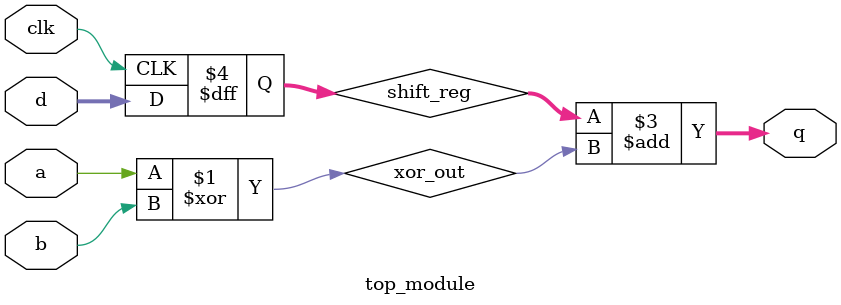
<source format=v>
module top_module (
    input clk,
    input [7:0] d,
    input a,
    input b,
    output [7:0] q
);

    // XOR gate
    wire xor_out;
    assign xor_out = a ^ b;

    // 8-bit shift register
    reg [7:0] shift_reg;
    always @(posedge clk) begin
        shift_reg <= {shift_reg[6:0], d};
    end

    // Additive functional module
    assign q = shift_reg + xor_out;

endmodule
</source>
